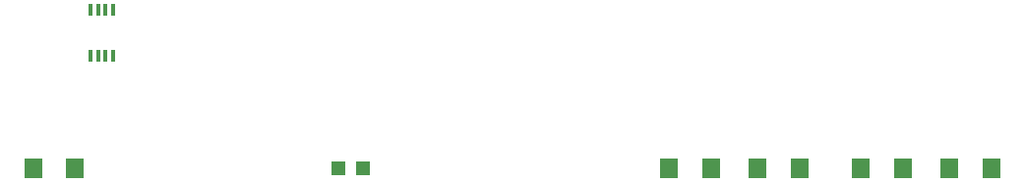
<source format=gbr>
G04 #@! TF.GenerationSoftware,KiCad,Pcbnew,8.0.4*
G04 #@! TF.CreationDate,2024-08-21T10:00:44-07:00*
G04 #@! TF.ProjectId,PA,50412e6b-6963-4616-945f-706362585858,rev?*
G04 #@! TF.SameCoordinates,Original*
G04 #@! TF.FileFunction,Paste,Top*
G04 #@! TF.FilePolarity,Positive*
%FSLAX46Y46*%
G04 Gerber Fmt 4.6, Leading zero omitted, Abs format (unit mm)*
G04 Created by KiCad (PCBNEW 8.0.4) date 2024-08-21 10:00:44*
%MOMM*%
%LPD*%
G01*
G04 APERTURE LIST*
%ADD10R,0.355600X1.028700*%
%ADD11R,1.500000X1.800000*%
%ADD12R,1.200000X1.200000*%
G04 APERTURE END LIST*
D10*
X172720000Y-92992849D03*
X172070002Y-92992849D03*
X171420000Y-92992849D03*
X170770002Y-92992849D03*
X170770002Y-96917149D03*
X171420000Y-96917149D03*
X172070002Y-96917149D03*
X172720000Y-96917149D03*
D11*
X165840000Y-106680000D03*
X169440000Y-106680000D03*
D12*
X192115000Y-106680000D03*
X194215000Y-106680000D03*
D11*
X237085000Y-106680000D03*
X240685000Y-106680000D03*
X244705000Y-106680000D03*
X248305000Y-106680000D03*
X231795000Y-106680000D03*
X228195000Y-106680000D03*
X220575000Y-106680000D03*
X224175000Y-106680000D03*
M02*

</source>
